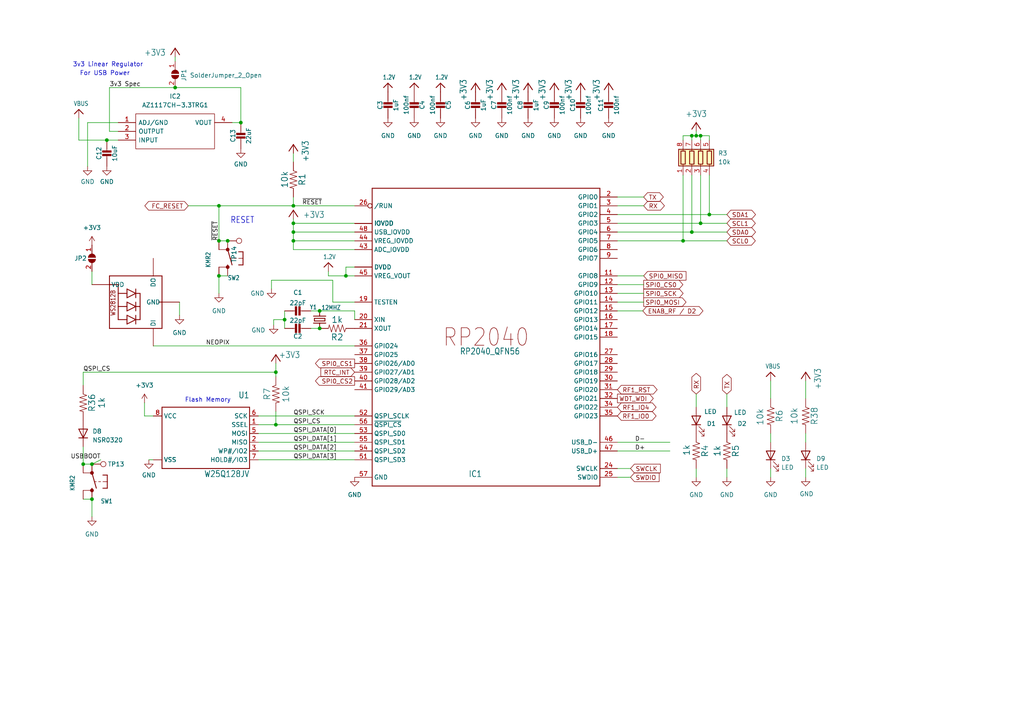
<source format=kicad_sch>
(kicad_sch (version 20231120) (generator "eeschema") (generator_version "8.0")
  (paper "A4")
  (lib_symbols
    (symbol "+3V3_1" (power) (pin_names (offset 0))
      (property "Value" "+3V3_1" (at 0 3.556 0))
      (symbol "+3V3_1_1_1"
        (pin power_in line (at 0 0 90) (length 0) hide (name "+3V3") (number "1"))
      )
    )
    (symbol "+3V3_2" (power) (pin_numbers hide) (pin_names (offset 0) hide)
      (property "Value" "+3V3" (at 0 3.556 0))
      (symbol "+3V3_2_1_1"
        (pin power_in line (at 0 0 90) (length 0) (name "~") (number "1"))
      )
    )
    (symbol "AZ1117CH-3.3TRG1:AZ1117CH-3.3TRG1" (pin_names (offset 0.762))
      (property "Reference" "IC" (at 29.21 7.62 0))
      (property "Value" "AZ1117CH-3.3TRG1" (at 29.21 5.08 0))
      (symbol "AZ1117CH-3.3TRG1_0_0"
        (pin passive line (at 0 0 0) (length 5.08) (name "ADJ/GND") (number "1"))
        (pin passive line (at 0 -2.54 0) (length 5.08) (name "OUTPUT") (number "2"))
        (pin passive line (at 0 -5.08 0) (length 5.08) (name "INPUT") (number "3"))
        (pin passive line (at 33.02 0 180) (length 5.08) (name "VOUT") (number "4"))
      )
    )
    (symbol "Adafruit ItsyBitsy RP2040-eagle-import:+3V3" (power)
      (property "Value" "+3V3" (at -2.54 -5.08 90))
      (symbol "+3V3_1_0"
        (pin power_in line (at 0 -2.54 90) (length 2.54) (name "+3V3") (number "1"))
      )
    )
    (symbol "Adafruit ItsyBitsy RP2040-eagle-import:1.2V" (power)
      (property "Value" "1.2V" (at -1.524 1.016 0))
      (symbol "1.2V_1_0"
        (pin power_in line (at 0 -2.54 90) (length 2.54) (name "1.2V") (number "1"))
      )
    )
    (symbol "Adafruit ItsyBitsy RP2040-eagle-import:CAP_CERAMIC_0402NO"
      (property "Reference" "C" (at -2.29 1.25 90))
      (property "Value" "CAP_CERAMIC_0402NO" (at 2.3 1.25 90))
      (symbol "CAP_CERAMIC_0402NO_1_0"
        (pin passive line (at 0 5.08 270) (length 2.54) (name "1") (number "1"))
        (pin passive line (at 0 -2.54 90) (length 2.54) (name "2") (number "2"))
      )
    )
    (symbol "Adafruit ItsyBitsy RP2040-eagle-import:CAP_CERAMIC_0603MP"
      (property "Reference" "C" (at -2.29 1.25 90))
      (property "Value" "CAP_CERAMIC_0603MP" (at 2.3 1.25 90))
      (symbol "CAP_CERAMIC_0603MP_1_0"
        (pin passive line (at 0 5.08 270) (length 2.54) (name "1") (number "1"))
        (pin passive line (at 0 -2.54 90) (length 2.54) (name "2") (number "2"))
      )
    )
    (symbol "Adafruit ItsyBitsy RP2040-eagle-import:CRYSTAL2.5X2.0"
      (property "Reference" "Y" (at -2.54 2.54 0))
      (property "Value" "CRYSTAL2.5X2.0" (at -2.54 -3.81 0))
      (symbol "CRYSTAL2.5X2.0_1_0"
        (pin passive line (at -2.54 0 0) (length 0) (name "1") (number "1"))
        (pin passive line (at 2.54 0 180) (length 0) (name "2") (number "3"))
      )
    )
    (symbol "Adafruit ItsyBitsy RP2040-eagle-import:RP2040_QFN56"
      (property "Reference" "IC1" (at -5.08 -40.64 0))
      (property "Value" "RP2040_QFN56" (at -7.62 -5.08 0))
      (symbol "RP2040_QFN56_1_0"
        (text "RP2040" (at 0 0 0) (effects (font (size 5.08 4.318))))
        (pin power_in line (at -38.1 33.02 0) (length 5.08) (name "IOVDD") (number "1"))
        (pin power_in line (at -38.1 33.02 0) (length 5.08) (name "IOVDD") (number "10"))
        (pin bidirectional line (at 38.1 17.78 180) (length 5.08) (name "GPIO8") (number "11"))
        (pin bidirectional line (at 38.1 15.24 180) (length 5.08) (name "GPIO9") (number "12"))
        (pin bidirectional line (at 38.1 12.7 180) (length 5.08) (name "GPIO10") (number "13"))
        (pin bidirectional line (at 38.1 10.16 180) (length 5.08) (name "GPIO11") (number "14"))
        (pin bidirectional line (at 38.1 7.62 180) (length 5.08) (name "GPIO12") (number "15"))
        (pin bidirectional line (at 38.1 5.08 180) (length 5.08) (name "GPIO13") (number "16"))
        (pin bidirectional line (at 38.1 2.54 180) (length 5.08) (name "GPIO14") (number "17"))
        (pin bidirectional line (at 38.1 0 180) (length 5.08) (name "GPIO15") (number "18"))
        (pin input line (at -38.1 10.16 0) (length 5.08) (name "TESTEN") (number "19"))
        (pin bidirectional line (at 38.1 40.64 180) (length 5.08) (name "GPIO0") (number "2"))
        (pin input line (at -38.1 5.08 0) (length 5.08) (name "XIN") (number "20"))
        (pin output line (at -38.1 2.54 0) (length 5.08) (name "XOUT") (number "21"))
        (pin power_in line (at -38.1 33.02 0) (length 5.08) (name "IOVDD") (number "22"))
        (pin power_in line (at -38.1 20.32 0) (length 5.08) (name "DVDD") (number "23"))
        (pin bidirectional line (at 38.1 -38.1 180) (length 5.08) (name "SWCLK") (number "24"))
        (pin bidirectional line (at 38.1 -40.64 180) (length 5.08) (name "SWDIO") (number "25"))
        (pin bidirectional inverted (at -38.1 38.1 0) (length 5.08) (name "/RUN") (number "26"))
        (pin bidirectional line (at 38.1 -5.08 180) (length 5.08) (name "GPIO16") (number "27"))
        (pin bidirectional line (at 38.1 -7.62 180) (length 5.08) (name "GPIO17") (number "28"))
        (pin bidirectional line (at 38.1 -10.16 180) (length 5.08) (name "GPIO18") (number "29"))
        (pin bidirectional line (at 38.1 38.1 180) (length 5.08) (name "GPIO1") (number "3"))
        (pin bidirectional line (at 38.1 -12.7 180) (length 5.08) (name "GPIO19") (number "30"))
        (pin bidirectional line (at 38.1 -15.24 180) (length 5.08) (name "GPIO20") (number "31"))
        (pin bidirectional line (at 38.1 -17.78 180) (length 5.08) (name "GPIO21") (number "32"))
        (pin power_in line (at -38.1 33.02 0) (length 5.08) (name "IOVDD") (number "33"))
        (pin bidirectional line (at 38.1 -20.32 180) (length 5.08) (name "GPIO22") (number "34"))
        (pin bidirectional line (at 38.1 -22.86 180) (length 5.08) (name "GPIO23") (number "35"))
        (pin bidirectional line (at -38.1 -2.54 0) (length 5.08) (name "GPIO24") (number "36"))
        (pin bidirectional line (at -38.1 -5.08 0) (length 5.08) (name "GPIO25") (number "37"))
        (pin bidirectional line (at -38.1 -7.62 0) (length 5.08) (name "GPIO26/AD0") (number "38"))
        (pin bidirectional line (at -38.1 -10.16 0) (length 5.08) (name "GPIO27/AD1") (number "39"))
        (pin bidirectional line (at 38.1 35.56 180) (length 5.08) (name "GPIO2") (number "4"))
        (pin bidirectional line (at -38.1 -12.7 0) (length 5.08) (name "GPIO28/AD2") (number "40"))
        (pin bidirectional line (at -38.1 -15.24 0) (length 5.08) (name "GPIO29/AD3") (number "41"))
        (pin power_in line (at -38.1 33.02 0) (length 5.08) (name "IOVDD") (number "42"))
        (pin power_in line (at -38.1 25.4 0) (length 5.08) (name "ADC_IOVDD") (number "43"))
        (pin power_in line (at -38.1 27.94 0) (length 5.08) (name "VREG_IOVDD") (number "44"))
        (pin power_in line (at -38.1 17.78 0) (length 5.08) (name "VREG_VOUT") (number "45"))
        (pin bidirectional line (at 38.1 -30.48 180) (length 5.08) (name "USB_D-") (number "46"))
        (pin bidirectional line (at 38.1 -33.02 180) (length 5.08) (name "USB_D+") (number "47"))
        (pin power_in line (at -38.1 30.48 0) (length 5.08) (name "USB_IOVDD") (number "48"))
        (pin power_in line (at -38.1 33.02 0) (length 5.08) (name "IOVDD") (number "49"))
        (pin bidirectional line (at 38.1 33.02 180) (length 5.08) (name "GPIO3") (number "5"))
        (pin power_in line (at -38.1 20.32 0) (length 5.08) (name "DVDD") (number "50"))
        (pin bidirectional line (at -38.1 -35.56 0) (length 5.08) (name "QSPI_SD3") (number "51"))
        (pin bidirectional line (at -38.1 -22.86 0) (length 5.08) (name "QSPI_SCLK") (number "52"))
        (pin bidirectional line (at -38.1 -27.94 0) (length 5.08) (name "QSPI_SD0") (number "53"))
        (pin bidirectional line (at -38.1 -33.02 0) (length 5.08) (name "QSPI_SD2") (number "54"))
        (pin bidirectional line (at -38.1 -30.48 0) (length 5.08) (name "QSPI_SD1") (number "55"))
        (pin bidirectional line (at -38.1 -25.4 0) (length 5.08) (name "~{QSPI_CS}") (number "56"))
        (pin power_in line (at -38.1 -40.64 0) (length 5.08) (name "GND") (number "57"))
        (pin bidirectional line (at 38.1 30.48 180) (length 5.08) (name "GPIO4") (number "6"))
        (pin bidirectional line (at 38.1 27.94 180) (length 5.08) (name "GPIO5") (number "7"))
        (pin bidirectional line (at 38.1 25.4 180) (length 5.08) (name "GPIO6") (number "8"))
        (pin bidirectional line (at 38.1 22.86 180) (length 5.08) (name "GPIO7") (number "9"))
      )
    )
    (symbol "Adafruit ItsyBitsy RP2040-eagle-import:SPIFLASH_8PIN_4X4"
      (property "Reference" "U8" (at -12.7 12.7 0))
      (property "Value" "W25Q128JV" (at -12.7 -10.16 0))
      (symbol "SPIFLASH_8PIN_4X4_1_0"
        (pin bidirectional line (at -15.24 5.08 0) (length 2.54) (name "SSEL") (number "1"))
        (pin bidirectional line (at -15.24 0 0) (length 2.54) (name "MISO") (number "2"))
        (pin bidirectional line (at -15.24 -2.54 0) (length 2.54) (name "WP#/IO2") (number "3"))
        (pin bidirectional line (at 15.24 -5.08 180) (length 2.54) (name "VSS") (number "4"))
        (pin bidirectional line (at -15.24 2.54 0) (length 2.54) (name "MOSI") (number "5"))
        (pin bidirectional line (at -15.24 7.62 0) (length 2.54) (name "SCK") (number "6"))
        (pin bidirectional line (at -15.24 -5.08 0) (length 2.54) (name "HOLD#/IO3") (number "7"))
        (pin bidirectional line (at 15.24 7.62 180) (length 2.54) (name "VCC") (number "8"))
        (pin bidirectional line (at 15.24 -5.08 180) (length 2.54) (name "VSS") (number "PAD"))
      )
    )
    (symbol "Adafruit ItsyBitsy RP2040-eagle-import:SWITCH_TACT_SMT4.6X2.8"
      (property "Reference" "SW" (at -2.54 6.35 0))
      (property "Value" "SWITCH_TACT_SMT4.6X2.8" (at -2.54 -5.08 0))
      (symbol "SWITCH_TACT_SMT4.6X2.8_1_0"
        (pin passive line (at -5.08 0 0) (length 2.54) (name "P") (number "A"))
        (pin passive line (at -5.08 -2.54 0) (length 2.54) (name "P1") (number "A'"))
        (pin passive line (at 5.08 0 180) (length 2.54) (name "S") (number "B"))
        (pin passive line (at 5.08 -2.54 180) (length 2.54) (name "S1") (number "B'"))
      )
    )
    (symbol "Adafruit ItsyBitsy RP2040-eagle-import:VBUS" (power)
      (property "Value" "VBUS" (at -1.524 1.016 0))
      (symbol "VBUS_1_0"
        (pin power_in line (at 0 -2.54 90) (length 2.54) (name "VBUS") (number "1"))
      )
    )
    (symbol "Adafruit ItsyBitsy RP2040-eagle-import:WS2812B_SK6805_1515"
      (symbol "WS2812B_SK6805_1515_1_0"
        (text "WS2812B" (at -4.064 8.382 0) (effects (font (size 1.27 1.0795)) (justify left bottom)))
        (pin power_in line (at 5.08 15.24 270) (length 5.08) (name "VDD") (number "1"))
        (pin output line (at 12.7 -2.54 180) (length 5.08) (name "DO") (number "2"))
        (pin power_in line (at 0 -10.16 90) (length 5.08) (name "GND") (number "3"))
        (pin input line (at -12.7 -2.54 0) (length 5.08) (name "DI") (number "4"))
      )
    )
    (symbol "Connector:TestPoint" (pin_numbers hide) (pin_names (offset 0.762) hide)
      (property "Reference" "TP" (at 0 6.858 0))
      (property "Value" "TestPoint" (at 0 5.08 0))
      (symbol "TestPoint_1_1"
        (pin passive line (at 0 0 90) (length 2.54) (name "1") (number "1"))
      )
    )
    (symbol "Device:LED" (pin_numbers hide) (pin_names (offset 1.016) hide)
      (property "Reference" "D" (at 0 2.54 0))
      (property "Value" "LED" (at 0 -2.54 0))
      (symbol "LED_1_1"
        (pin passive line (at -3.81 0 0) (length 2.54) (name "K") (number "1"))
        (pin passive line (at 3.81 0 180) (length 2.54) (name "A") (number "2"))
      )
    )
    (symbol "Device:R_Pack04" (pin_names (offset 0) hide)
      (property "Reference" "RN" (at -7.62 0 90))
      (property "Value" "R_Pack04" (at 5.08 0 90))
      (symbol "R_Pack04_1_1"
        (pin passive line (at -5.08 -5.08 90) (length 2.54) (name "R1.1") (number "1"))
        (pin passive line (at -2.54 -5.08 90) (length 2.54) (name "R2.1") (number "2"))
        (pin passive line (at 0 -5.08 90) (length 2.54) (name "R3.1") (number "3"))
        (pin passive line (at 2.54 -5.08 90) (length 2.54) (name "R4.1") (number "4"))
        (pin passive line (at 2.54 5.08 270) (length 2.54) (name "R4.2") (number "5"))
        (pin passive line (at 0 5.08 270) (length 2.54) (name "R3.2") (number "6"))
        (pin passive line (at -2.54 5.08 270) (length 2.54) (name "R2.2") (number "7"))
        (pin passive line (at -5.08 5.08 270) (length 2.54) (name "R1.2") (number "8"))
      )
    )
    (symbol "Diode:1SS355VM" (pin_numbers hide) (pin_names hide)
      (property "Reference" "D" (at 0 2.54 0))
      (property "Value" "1SS355VM" (at 0 -2.54 0))
      (symbol "1SS355VM_1_1"
        (pin passive line (at -3.81 0 0) (length 2.54) (name "K") (number "1"))
        (pin passive line (at 3.81 0 180) (length 2.54) (name "A") (number "2"))
      )
    )
    (symbol "Jumper:SolderJumper_2_Open" (pin_names (offset 0) hide)
      (property "Reference" "JP" (at 0 2.032 0))
      (property "Value" "SolderJumper_2_Open" (at 0 -2.54 0))
      (symbol "SolderJumper_2_Open_1_1"
        (pin passive line (at -3.81 0 0) (length 2.54) (name "A") (number "1"))
        (pin passive line (at 3.81 0 180) (length 2.54) (name "B") (number "2"))
      )
    )
    (symbol "mainboard:RESISTOR0603" (pin_names (offset 1.016))
      (property "Reference" "R" (at 0 1.524 0))
      (property "Value" "RESISTOR0603" (at 0 -1.524 0))
      (symbol "RESISTOR0603_1_0"
        (pin passive line (at -5.08 0 0) (length 2.54) (name "1") (number "1"))
        (pin passive line (at 5.08 0 180) (length 2.54) (name "2") (number "2"))
      )
    )
    (symbol "power:GND" (power) (pin_names (offset 0))
      (property "Value" "GND" (at 0 -3.81 0))
      (symbol "GND_1_1"
        (pin power_in line (at 0 0 270) (length 0) hide (name "GND") (number "1"))
      )
    )
  )
  (junction (at 26.67 134.62))
  (junction (at 63.5 59.69))
  (junction (at 85.09 67.31))
  (junction (at 66.04 69.85))
  (junction (at 198.12 69.85))
  (junction (at 63.5 80.01))
  (junction (at 63.5 69.85))
  (junction (at 203.2 64.77))
  (junction (at 80.01 123.19))
  (junction (at 100.33 80.01))
  (junction (at 30.988 40.64))
  (junction (at 82.55 92.71))
  (junction (at 85.09 69.85))
  (junction (at 26.67 144.78))
  (junction (at 24.13 134.62))
  (junction (at 203.2 39.37))
  (junction (at 69.85 35.56))
  (junction (at 92.71 95.25))
  (junction (at 92.71 90.17))
  (junction (at 200.66 67.31))
  (junction (at 80.01 107.95))
  (junction (at 85.09 64.77))
  (junction (at 200.66 39.37))
  (junction (at 205.74 62.23))
  (junction (at 50.8 25.4))
  (junction (at 85.09 59.69))
  (junction (at 201.93 39.37))
  (wire (pts (xy 233.68 135.89) (xy 233.68 138.43)))
  (wire (pts (xy 179.07 57.15) (xy 186.69 57.15)))
  (wire (pts (xy 31.75 38.1) (xy 34.29 38.1)))
  (wire (pts (xy 179.07 62.23) (xy 205.74 62.23)))
  (wire (pts (xy 44.45 120.65) (xy 41.91 120.65)))
  (wire (pts (xy 31.75 25.4) (xy 31.75 38.1)))
  (wire (pts (xy 24.13 107.95) (xy 80.01 107.95)))
  (wire (pts (xy 201.93 38.1) (xy 201.93 39.37)))
  (wire (pts (xy 78.74 81.28) (xy 78.74 83.82)))
  (wire (pts (xy 203.2 50.8) (xy 203.2 64.77)))
  (wire (pts (xy 233.68 115.57) (xy 233.68 110.49)))
  (wire (pts (xy 63.5 85.09) (xy 63.5 80.01)))
  (wire (pts (xy 102.87 64.77) (xy 85.09 64.77)))
  (wire (pts (xy 44.45 133.35) (xy 43.18 133.35)))
  (wire (pts (xy 24.13 144.78) (xy 26.67 144.78)))
  (wire (pts (xy 69.85 25.4) (xy 69.85 35.56)))
  (wire (pts (xy 85.09 67.31) (xy 85.09 64.77)))
  (wire (pts (xy 82.55 90.17) (xy 82.55 92.71)))
  (wire (pts (xy 182.88 135.89) (xy 179.07 135.89)))
  (wire (pts (xy 200.66 39.37) (xy 200.66 40.64)))
  (wire (pts (xy 26.67 134.62) (xy 24.13 134.62)))
  (wire (pts (xy 66.04 80.01) (xy 63.5 80.01)))
  (wire (pts (xy 80.01 123.19) (xy 102.87 123.19)))
  (wire (pts (xy 63.5 59.69) (xy 63.5 69.85)))
  (wire (pts (xy 205.74 62.23) (xy 210.82 62.23)))
  (wire (pts (xy 80.01 105.41) (xy 80.01 107.95)))
  (wire (pts (xy 198.12 50.8) (xy 198.12 69.85)))
  (wire (pts (xy 74.93 128.27) (xy 102.87 128.27)))
  (wire (pts (xy 74.93 120.65) (xy 102.87 120.65)))
  (wire (pts (xy 198.12 39.37) (xy 198.12 40.64)))
  (wire (pts (xy 30.988 40.64) (xy 34.29 40.64)))
  (wire (pts (xy 198.12 69.85) (xy 210.82 69.85)))
  (wire (pts (xy 54.61 59.69) (xy 63.5 59.69)))
  (wire (pts (xy 31.75 25.4) (xy 50.8 25.4)))
  (wire (pts (xy 102.87 67.31) (xy 85.09 67.31)))
  (wire (pts (xy 74.93 130.81) (xy 102.87 130.81)))
  (wire (pts (xy 203.2 40.64) (xy 203.2 39.37)))
  (wire (pts (xy 85.09 69.85) (xy 85.09 67.31)))
  (wire (pts (xy 29.21 133.35) (xy 26.67 134.62)))
  (wire (pts (xy 201.93 138.43) (xy 201.93 135.89)))
  (wire (pts (xy 186.436 90.17) (xy 179.07 90.17)))
  (wire (pts (xy 223.52 125.73) (xy 223.52 128.27)))
  (wire (pts (xy 41.91 116.84) (xy 41.91 120.65)))
  (wire (pts (xy 179.07 69.85) (xy 198.12 69.85)))
  (wire (pts (xy 85.09 44.45) (xy 85.09 46.99)))
  (wire (pts (xy 179.07 80.01) (xy 186.69 80.01)))
  (wire (pts (xy 69.85 35.56) (xy 67.31 35.56)))
  (wire (pts (xy 200.66 67.31) (xy 210.82 67.31)))
  (wire (pts (xy 200.66 39.37) (xy 198.12 39.37)))
  (wire (pts (xy 203.2 64.77) (xy 210.82 64.77)))
  (wire (pts (xy 26.67 78.74) (xy 26.67 82.55)))
  (wire (pts (xy 79.375 92.71) (xy 82.55 92.71)))
  (wire (pts (xy 63.5 69.85) (xy 66.04 69.85)))
  (wire (pts (xy 50.8 25.4) (xy 69.85 25.4)))
  (wire (pts (xy 52.07 91.44) (xy 52.07 87.63)))
  (wire (pts (xy 24.13 107.95) (xy 24.13 111.76)))
  (wire (pts (xy 90.17 95.25) (xy 92.71 95.25)))
  (wire (pts (xy 179.07 85.09) (xy 186.69 85.09)))
  (wire (pts (xy 179.07 130.81) (xy 194.31 130.81)))
  (wire (pts (xy 85.09 63.5) (xy 85.09 64.77)))
  (wire (pts (xy 102.87 100.33) (xy 44.45 100.33)))
  (wire (pts (xy 80.01 109.22) (xy 80.01 107.95)))
  (wire (pts (xy 102.87 59.69) (xy 85.09 59.69)))
  (wire (pts (xy 22.86 34.29) (xy 22.86 40.64)))
  (wire (pts (xy 201.93 114.3) (xy 201.93 118.11)))
  (wire (pts (xy 95.25 80.01) (xy 95.25 78.74)))
  (wire (pts (xy 92.71 90.17) (xy 102.87 90.17)))
  (wire (pts (xy 100.33 77.47) (xy 100.33 80.01)))
  (wire (pts (xy 179.07 128.27) (xy 194.31 128.27)))
  (wire (pts (xy 85.09 72.39) (xy 85.09 69.85)))
  (wire (pts (xy 96.52 81.28) (xy 78.74 81.28)))
  (wire (pts (xy 25.4 48.26) (xy 25.4 35.56)))
  (wire (pts (xy 82.55 92.71) (xy 82.55 95.25)))
  (wire (pts (xy 24.13 129.54) (xy 24.13 134.62)))
  (wire (pts (xy 223.52 135.89) (xy 223.52 138.43)))
  (wire (pts (xy 85.09 57.15) (xy 85.09 59.69)))
  (wire (pts (xy 179.07 64.77) (xy 203.2 64.77)))
  (wire (pts (xy 95.25 80.01) (xy 100.33 80.01)))
  (wire (pts (xy 179.07 82.55) (xy 186.69 82.55)))
  (wire (pts (xy 25.4 35.56) (xy 34.29 35.56)))
  (wire (pts (xy 203.2 39.37) (xy 201.93 39.37)))
  (wire (pts (xy 205.74 39.37) (xy 203.2 39.37)))
  (wire (pts (xy 223.52 115.57) (xy 223.52 110.49)))
  (wire (pts (xy 182.88 138.43) (xy 179.07 138.43)))
  (wire (pts (xy 100.33 80.01) (xy 102.87 80.01)))
  (wire (pts (xy 79.375 94.234) (xy 79.375 92.71)))
  (wire (pts (xy 205.74 50.8) (xy 205.74 62.23)))
  (wire (pts (xy 205.74 40.64) (xy 205.74 39.37)))
  (wire (pts (xy 210.82 114.3) (xy 210.82 118.11)))
  (wire (pts (xy 74.93 133.35) (xy 102.87 133.35)))
  (wire (pts (xy 22.86 40.64) (xy 30.988 40.64)))
  (wire (pts (xy 74.93 123.19) (xy 80.01 123.19)))
  (wire (pts (xy 102.87 87.63) (xy 96.52 87.63)))
  (wire (pts (xy 186.69 59.69) (xy 179.07 59.69)))
  (wire (pts (xy 200.66 50.8) (xy 200.66 67.31)))
  (wire (pts (xy 26.67 144.78) (xy 26.67 149.86)))
  (wire (pts (xy 96.52 87.63) (xy 96.52 81.28)))
  (wire (pts (xy 80.01 119.38) (xy 80.01 123.19)))
  (wire (pts (xy 102.87 90.17) (xy 102.87 92.71)))
  (wire (pts (xy 50.8 16.51) (xy 50.8 17.78)))
  (wire (pts (xy 179.07 67.31) (xy 200.66 67.31)))
  (wire (pts (xy 102.87 69.85) (xy 85.09 69.85)))
  (wire (pts (xy 201.93 39.37) (xy 200.66 39.37)))
  (wire (pts (xy 100.33 77.47) (xy 102.87 77.47)))
  (wire (pts (xy 233.68 125.73) (xy 233.68 128.27)))
  (wire (pts (xy 210.82 138.43) (xy 210.82 135.89)))
  (wire (pts (xy 74.93 125.73) (xy 102.87 125.73)))
  (wire (pts (xy 179.07 87.63) (xy 186.69 87.63)))
  (wire (pts (xy 92.71 90.17) (xy 90.17 90.17)))
  (wire (pts (xy 102.87 72.39) (xy 85.09 72.39)))
  (wire (pts (xy 63.5 59.69) (xy 85.09 59.69)))
  (text "Flash Memory" (at 53.594 116.84 0) (effects (font (size 1.27 1.27)) (justify left bottom)))
  (text "RESET" (at 66.802 65.024 0) (effects (font (size 1.778 1.5113)) (justify left bottom)))
  (text "3v3 Linear Regulator" (at 21.082 19.558 0) (effects (font (size 1.27 1.27)) (justify left bottom)))
  (text "For USB Power\n" (at 23.114 22.098 0) (effects (font (size 1.27 1.27)) (justify left bottom)))
  (label "NEOPIX" (at 59.69 100.33 0) (effects (font (size 1.2446 1.2446))))
  (label "QSPI_DATA[0]" (at 85.09 125.73 0) (effects (font (size 1.2446 1.2446))))
  (label "D+" (at 184.15 130.81 0) (effects (font (size 1.2446 1.2446))))
  (label "QSPI_SCK" (at 85.09 120.65 0) (effects (font (size 1.2446 1.2446))))
  (label "3v3 Spec" (at 31.75 25.4 0))
  (label "QSPI_CS" (at 85.09 123.19 0) (effects (font (size 1.2446 1.2446))))
  (label "~{RESET}" (at 87.63 59.69 0) (effects (font (size 1.2446 1.2446))))
  (label "QSPI_CS" (at 24.13 107.95 0) (effects (font (size 1.2446 1.2446))))
  (label "D-" (at 184.15 128.27 0) (effects (font (size 1.2446 1.2446))))
  (label "USBBOOT" (at 29.21 133.35 180) (effects (font (size 1.2446 1.2446))))
  (label "QSPI_DATA[3]" (at 85.09 133.35 0) (effects (font (size 1.2446 1.2446))))
  (label "~{RESET}" (at 63.5 69.85 90) (effects (font (size 1.2446 1.2446))))
  (label "QSPI_DATA[1]" (at 85.09 128.27 0) (effects (font (size 1.2446 1.2446))))
  (label "QSPI_DATA[2]" (at 85.09 130.81 0) (effects (font (size 1.2446 1.2446))))
  (global_label "SDA0" (shape bidirectional) (at 210.82 67.31 0) (property "Intersheetrefs" "${INTERSHEET_REFS}" (effects (hide yes))))
  (global_label "RF1_IO4" (shape bidirectional) (at 179.07 118.11 0) (property "Intersheetrefs" "${INTERSHEET_REFS}" (effects (hide yes))))
  (global_label "TX" (shape bidirectional) (at 186.69 57.15 0) (property "Intersheetrefs" "${INTERSHEET_REFS}" (effects (hide yes))))
  (global_label "SDA1" (shape bidirectional) (at 210.82 62.23 0) (property "Intersheetrefs" "${INTERSHEET_REFS}" (effects (hide yes))))
  (global_label "SPI0_SCK" (shape output) (at 186.69 85.09 0) (property "Intersheetrefs" "${INTERSHEET_REFS}" (effects (hide yes))))
  (global_label "SPI0_CS2" (shape output) (at 102.87 110.49 180) (property "Intersheetrefs" "${INTERSHEET_REFS}" (effects (hide yes))))
  (global_label "SWDIO" (shape input) (at 182.88 138.43 0) (property "Intersheetrefs" "${INTERSHEET_REFS}" (effects (hide yes))))
  (global_label "RTC_INT" (shape input) (at 102.87 107.95 180) (property "Intersheetrefs" "${INTERSHEET_REFS}" (effects (hide yes))))
  (global_label "SPI0_MISO" (shape input) (at 186.69 80.01 0) (property "Intersheetrefs" "${INTERSHEET_REFS}" (effects (hide yes))))
  (global_label "RF1_RST" (shape bidirectional) (at 179.07 113.03 0) (property "Intersheetrefs" "${INTERSHEET_REFS}" (effects (hide yes))))
  (global_label "WDT_WDI" (shape output) (at 179.07 115.57 0) (property "Intersheetrefs" "${INTERSHEET_REFS}" (effects (hide yes))))
  (global_label "SCL0" (shape bidirectional) (at 210.82 69.85 0) (property "Intersheetrefs" "${INTERSHEET_REFS}" (effects (hide yes))))
  (global_label "SPI0_CS1" (shape output) (at 102.87 105.41 180) (property "Intersheetrefs" "${INTERSHEET_REFS}" (effects (hide yes))))
  (global_label "SCL1" (shape bidirectional) (at 210.82 64.77 0) (property "Intersheetrefs" "${INTERSHEET_REFS}" (effects (hide yes))))
  (global_label "RX" (shape bidirectional) (at 201.93 114.3 90) (property "Intersheetrefs" "${INTERSHEET_REFS}" (effects (hide yes))))
  (global_label "ENAB_RF {slash} D2" (shape bidirectional) (at 186.436 90.17 0) (property "Intersheetrefs" "${INTERSHEET_REFS}" (effects (hide yes))))
  (global_label "RX" (shape bidirectional) (at 186.69 59.69 0) (property "Intersheetrefs" "${INTERSHEET_REFS}" (effects (hide yes))))
  (global_label "SPI0_CS0" (shape output) (at 186.69 82.55 0) (property "Intersheetrefs" "${INTERSHEET_REFS}" (effects (hide yes))))
  (global_label "SWCLK" (shape input) (at 182.88 135.89 0) (property "Intersheetrefs" "${INTERSHEET_REFS}" (effects (hide yes))))
  (global_label "FC_RESET" (shape bidirectional) (at 54.61 59.69 180) (property "Intersheetrefs" "${INTERSHEET_REFS}" (effects (hide yes))))
  (global_label "SPI0_MOSI" (shape output) (at 186.69 87.63 0) (property "Intersheetrefs" "${INTERSHEET_REFS}" (effects (hide yes))))
  (global_label "TX" (shape bidirectional) (at 210.82 114.3 90) (property "Intersheetrefs" "${INTERSHEET_REFS}" (effects (hide yes))))
  (global_label "RF1_IO0" (shape bidirectional) (at 179.07 120.65 0) (property "Intersheetrefs" "${INTERSHEET_REFS}" (effects (hide yes))))
  (symbol (lib_id "Connector:TestPoint") (at 66.04 69.85 270) (unit 1)
    (property "Reference" "TP14" (at 67.8688 71.3232 0) (effects (justify left)))
    (property "Value" "RESET" (effects (hide yes)))
    (property "Footprint" "TestPoint:TestPoint_Loop_D1.80mm_Drill1.0mm_Beaded" (effects (hide yes)))
  )
  (symbol (lib_id "power:GND") (at 63.5 85.09 0) (unit 1)
    (property "Reference" "#PWR066" (effects (hide yes)))
    (property "Value" "GND" (at 63.5 90.17 0))
  )
  (symbol (lib_id "Connector:TestPoint") (at 26.67 134.62 270) (unit 1)
    (property "Reference" "TP13" (at 31.242 134.62 90) (effects (justify left)))
    (property "Value" "USBBOOT" (effects (hide yes)))
    (property "Footprint" "TestPoint:TestPoint_Loop_D1.80mm_Drill1.0mm_Beaded" (effects (hide yes)))
  )
  (symbol (lib_id "Device:LED") (at 233.68 132.08 90) (unit 1)
    (property "Reference" "D9" (at 236.728 133.0325 90) (effects (justify right)))
    (property "Value" "LED" (at 236.728 135.5725 90) (effects (justify right)))
    (property "Footprint" "LED_SMD:LED_0603_1608Metric" (effects (hide yes)))
  )
  (symbol (lib_name "+3V3_1") (lib_id "power:+3V3") (at 41.91 116.84 0) (mirror y) (unit 1)
    (property "Reference" "#PWR015" (effects (hide yes)))
    (property "Value" "+3V3" (at 41.91 111.76 0))
  )
  (symbol (lib_id "power:GND") (at 78.74 83.82 0) (unit 1)
    (property "Reference" "#PWR01" (effects (hide yes)))
    (property "Value" "GND" (at 74.676 85.09 0))
  )
  (symbol (lib_id "Adafruit ItsyBitsy RP2040-eagle-import:1.2V") (at 95.25 76.2 0) (unit 1)
    (property "Reference" "#U$01" (effects (hide yes)))
    (property "Value" "1.2V" (at 93.726 75.184 0) (effects (font (size 1.27 1.0795)) (justify left bottom)))
    (property "Footprint" "Adafruit ItsyBitsy RP2040:" (effects (hide yes)))
  )
  (symbol (lib_id "Adafruit ItsyBitsy RP2040-eagle-import:+3V3") (at 153.162 24.13 0) (unit 1)
    (property "Reference" "#+3V05" (effects (hide yes)))
    (property "Value" "+3V3" (at 150.622 29.21 90) (effects (font (size 1.778 1.5113)) (justify left bottom)))
    (property "Footprint" "Adafruit ItsyBitsy RP2040:" (effects (hide yes)))
  )
  (symbol (lib_id "power:GND") (at 201.93 138.43 0) (unit 1)
    (property "Reference" "#PWR013" (effects (hide yes)))
    (property "Value" "GND" (at 201.93 143.51 0))
  )
  (symbol (lib_id "power:GND") (at 223.52 138.43 0) (unit 1)
    (property "Reference" "#PWR019" (effects (hide yes)))
    (property "Value" "GND" (at 223.52 143.51 0))
  )
  (symbol (lib_id "mainboard:RESISTOR0603") (at 233.68 120.65 270) (unit 1)
    (property "Reference" "R38" (at 235.204 120.65 0) (effects (font (size 1.778 1.778)) (justify bottom)))
    (property "Value" "10k" (at 231.394 120.65 0) (effects (font (size 1.778 1.778)) (justify top)))
    (property "Footprint" "Resistor_SMD:R_0603_1608Metric" (effects (hide yes)))
    (property "Description" "100K 0603" (effects (hide yes)))
  )
  (symbol (lib_id "power:GND") (at 145.542 34.29 0) (unit 1)
    (property "Reference" "#PWR08" (effects (hide yes)))
    (property "Value" "GND" (at 145.542 39.37 0))
  )
  (symbol (lib_id "power:GND") (at 52.07 91.44 0) (unit 1)
    (property "Reference" "#PWR020" (effects (hide yes)))
    (property "Value" "GND" (at 52.07 96.52 0))
  )
  (symbol (lib_id "power:GND") (at 102.87 138.43 0) (unit 1)
    (property "Reference" "#PWR03" (effects (hide yes)))
    (property "Value" "GND" (at 102.87 143.51 0))
  )
  (symbol (lib_id "Adafruit ItsyBitsy RP2040-eagle-import:1.2V") (at 127.762 24.13 0) (unit 1)
    (property "Reference" "#U$04" (effects (hide yes)))
    (property "Value" "1.2V" (at 126.238 23.114 0) (effects (font (size 1.27 1.0795)) (justify left bottom)))
    (property "Footprint" "Adafruit ItsyBitsy RP2040:" (effects (hide yes)))
  )
  (symbol (lib_id "Adafruit ItsyBitsy RP2040-eagle-import:+3V3") (at 168.402 24.13 0) (unit 1)
    (property "Reference" "#+3V07" (effects (hide yes)))
    (property "Value" "+3V3" (at 165.862 29.21 90) (effects (font (size 1.778 1.5113)) (justify left bottom)))
    (property "Footprint" "Adafruit ItsyBitsy RP2040:" (effects (hide yes)))
  )
  (symbol (lib_id "Device:R_Pack04") (at 203.2 45.72 0) (unit 1)
    (property "Reference" "R3" (at 208.28 44.4499 0) (effects (justify left)))
    (property "Value" "10k" (at 208.28 46.9899 0) (effects (justify left)))
    (property "Footprint" "Resistor_SMD:R_Array_Convex_4x0603" (effects (hide yes)))
  )
  (symbol (lib_id "Adafruit ItsyBitsy RP2040-eagle-import:SPIFLASH_8PIN_4X4") (at 59.69 128.27 0) (mirror y) (unit 1)
    (property "Reference" "U1" (at 72.39 115.57 0) (effects (font (size 1.778 1.5113)) (justify left bottom)))
    (property "Value" "W25Q128JV" (at 72.39 138.43 0) (effects (font (size 1.778 1.5113)) (justify left bottom)))
    (property "Footprint" "Package_SO:SOIC-8_5.275x5.275mm_P1.27mm" (effects (hide yes)))
  )
  (symbol (lib_id "power:GND") (at 112.522 34.29 0) (unit 1)
    (property "Reference" "#PWR04" (effects (hide yes)))
    (property "Value" "GND" (at 112.522 39.37 0))
  )
  (symbol (lib_id "Adafruit ItsyBitsy RP2040-eagle-import:CAP_CERAMIC_0402NO") (at 145.542 31.75 0) (unit 1)
    (property "Reference" "C7" (at 143.252 30.5 90))
    (property "Value" "100nf" (at 147.842 30.5 90))
    (property "Footprint" "Capacitor_SMD:C_0402_1005Metric" (effects (hide yes)))
  )
  (symbol (lib_id "Adafruit ItsyBitsy RP2040-eagle-import:CAP_CERAMIC_0402NO") (at 87.63 90.17 90) (unit 1)
    (property "Reference" "C1" (at 86.38 84.84 90))
    (property "Value" "22pF" (at 86.38 87.87 90))
    (property "Footprint" "Capacitor_SMD:C_0402_1005Metric" (effects (hide yes)))
  )
  (symbol (lib_id "Device:LED") (at 201.93 121.92 90) (unit 1)
    (property "Reference" "D1" (at 204.978 122.8725 90) (effects (justify right)))
    (property "Value" "LED" (at 204.216 119.38 90) (effects (justify right)))
    (property "Footprint" "LED_SMD:LED_0603_1608Metric" (effects (hide yes)))
  )
  (symbol (lib_id "mainboard:RESISTOR0603") (at 24.13 116.84 270) (unit 1)
    (property "Reference" "R36" (at 25.654 116.84 0) (effects (font (size 1.778 1.778)) (justify bottom)))
    (property "Value" "1k" (at 30.48 116.84 0) (effects (font (size 1.778 1.778)) (justify top)))
    (property "Footprint" "Resistor_SMD:R_0603_1608Metric" (effects (hide yes)))
    (property "Description" "100K 0603" (effects (hide yes)))
  )
  (symbol (lib_id "Adafruit ItsyBitsy RP2040-eagle-import:+3V3") (at 137.922 24.13 0) (unit 1)
    (property "Reference" "#+3V03" (effects (hide yes)))
    (property "Value" "+3V3" (at 135.382 29.21 90) (effects (font (size 1.778 1.5113)) (justify left bottom)))
    (property "Footprint" "Adafruit ItsyBitsy RP2040:" (effects (hide yes)))
  )
  (symbol (lib_id "power:GND") (at 176.53 34.29 0) (unit 1)
    (property "Reference" "#PWR012" (effects (hide yes)))
    (property "Value" "GND" (at 176.53 39.37 0))
  )
  (symbol (lib_id "Jumper:SolderJumper_2_Open") (at 50.8 21.59 270) (unit 1)
    (property "Reference" "JP1" (at 53.34 21.7932 0))
    (property "Value" "SolderJumper_2_Open" (at 65.532 21.844 90))
    (property "Footprint" "Jumper:SolderJumper-2_P1.3mm_Open_RoundedPad1.0x1.5mm" (effects (hide yes)))
  )
  (symbol (lib_id "power:GND") (at 79.375 94.234 0) (unit 1)
    (property "Reference" "#PWR02" (effects (hide yes)))
    (property "Value" "GND" (at 74.93 95.758 0))
  )
  (symbol (lib_id "Device:LED") (at 223.52 132.08 90) (unit 1)
    (property "Reference" "D3" (at 226.568 133.0325 90) (effects (justify right)))
    (property "Value" "LED" (at 226.568 135.5725 90) (effects (justify right)))
    (property "Footprint" "LED_SMD:LED_0603_1608Metric" (effects (hide yes)))
  )
  (symbol (lib_id "Adafruit ItsyBitsy RP2040-eagle-import:+3V3") (at 145.542 24.13 0) (unit 1)
    (property "Reference" "#+3V04" (effects (hide yes)))
    (property "Value" "+3V3" (at 143.002 29.21 90) (effects (font (size 1.778 1.5113)) (justify left bottom)))
    (property "Footprint" "Adafruit ItsyBitsy RP2040:" (effects (hide yes)))
  )
  (symbol (lib_id "Adafruit ItsyBitsy RP2040-eagle-import:+3V3") (at 80.01 102.87 0) (mirror y) (unit 1)
    (property "Reference" "#+3V011" (effects (hide yes)))
    (property "Value" "+3V3" (at 87.122 103.886 0) (effects (font (size 1.778 1.5113)) (justify left bottom)))
    (property "Footprint" "Adafruit ItsyBitsy RP2040:" (effects (hide yes)))
  )
  (symbol (lib_id "Adafruit ItsyBitsy RP2040-eagle-import:+3V3") (at 50.8 13.97 0) (unit 1)
    (property "Reference" "#+3V010" (effects (hide yes)))
    (property "Value" "+3V3" (at 44.958 15.24 0) (effects (font (size 1.778 1.5113))))
    (property "Footprint" "Adafruit ItsyBitsy RP2040:" (effects (hide yes)))
  )
  (symbol (lib_id "mainboard:RESISTOR0603") (at 210.82 130.81 270) (unit 1)
    (property "Reference" "R5" (at 212.344 130.81 0) (effects (font (size 1.778 1.778)) (justify bottom)))
    (property "Value" "1k" (at 209.042 130.81 0) (effects (font (size 1.778 1.778)) (justify top)))
    (property "Footprint" "Resistor_SMD:R_0603_1608Metric" (effects (hide yes)))
    (property "Description" "100K 0603" (effects (hide yes)))
  )
  (symbol (lib_id "Adafruit ItsyBitsy RP2040-eagle-import:+3V3") (at 85.09 41.91 0) (mirror y) (unit 1)
    (property "Reference" "#+3V01" (effects (hide yes)))
    (property "Value" "+3V3" (at 87.63 46.99 90) (effects (font (size 1.778 1.5113)) (justify left bottom)))
    (property "Footprint" "Adafruit ItsyBitsy RP2040:" (effects (hide yes)))
  )
  (symbol (lib_id "power:GND") (at 168.402 34.29 0) (unit 1)
    (property "Reference" "#PWR011" (effects (hide yes)))
    (property "Value" "GND" (at 168.402 39.37 0))
  )
  (symbol (lib_id "Adafruit ItsyBitsy RP2040-eagle-import:CRYSTAL2.5X2.0") (at 92.71 92.71 90) (unit 1)
    (property "Reference" "Y1" (at 91.948 88.392 90) (effects (font (size 1.27 1.0795)) (justify left bottom)))
    (property "Value" "12MHZ" (at 93.218 89.916 90) (effects (font (size 1.27 1.0795)) (justify right top)))
    (property "Footprint" "Crystal:Crystal_SMD_2520-4Pin_2.5x2.0mm" (effects (hide yes)))
  )
  (symbol (lib_id "Jumper:SolderJumper_2_Open") (at 26.67 74.93 270) (unit 1)
    (property "Reference" "JP2" (at 23.368 74.93 90))
    (property "Value" "SolderJumper_2_Open" (effects (hide yes)))
    (property "Footprint" "Jumper:SolderJumper-2_P1.3mm_Open_RoundedPad1.0x1.5mm" (effects (hide yes)))
  )
  (symbol (lib_id "Adafruit ItsyBitsy RP2040-eagle-import:CAP_CERAMIC_0402NO") (at 176.53 31.75 0) (unit 1)
    (property "Reference" "C11" (at 174.24 30.5 90))
    (property "Value" "100nf" (at 178.83 30.5 90))
    (property "Footprint" "Capacitor_SMD:C_0402_1005Metric" (effects (hide yes)))
  )
  (symbol (lib_id "mainboard:RESISTOR0603") (at 85.09 52.07 270) (unit 1)
    (property "Reference" "R1" (at 86.614 52.07 0) (effects (font (size 1.778 1.778)) (justify bottom)))
    (property "Value" "10k" (at 83.566 52.07 0) (effects (font (size 1.778 1.778)) (justify top)))
    (property "Footprint" "Resistor_SMD:R_0603_1608Metric" (effects (hide yes)))
    (property "Description" "100K 0603" (effects (hide yes)))
  )
  (symbol (lib_id "power:GND") (at 25.4 48.26 0) (unit 1)
    (property "Reference" "#PWR017" (effects (hide yes)))
    (property "Value" "GND" (at 25.4 52.7034 0))
  )
  (symbol (lib_id "power:GND") (at 120.142 34.29 0) (unit 1)
    (property "Reference" "#PWR05" (effects (hide yes)))
    (property "Value" "GND" (at 120.142 39.37 0))
  )
  (symbol (lib_id "AZ1117CH-3.3TRG1:AZ1117CH-3.3TRG1") (at 34.29 35.56 0) (unit 1)
    (property "Reference" "IC2" (at 50.8 27.94 0))
    (property "Value" "AZ1117CH-3.3TRG1" (at 50.8 30.48 0))
    (property "Footprint" "Package_TO_SOT_SMD:SOT-223" (effects (hide yes)))
    (property "Datasheet" "https://datasheet.datasheetarchive.com/originals/distributors/Datasheets-DGA25/1776204.pdf" (effects (hide yes)))
    (property "Description" "1.35A 3.3V LDO Reg. Current Limit SOT223 DiodesZetex AZ1117CH-3.3TRG1, LDO Voltage Regulator, 0.8A, 3.3 V +/-1%, maximum of 15 Vin, 3-Pin SOT-223" (effects (hide yes)))
    (property "Height" "1.8" (effects (hide yes)))
    (property "Mouser Part Number" "621-AZ1117CH-3.3TRG1" (effects (hide yes)))
    (property "Mouser Price/Stock" "https://www.mouser.co.uk/ProductDetail/Diodes-Incorporated/AZ1117CH-3.3TRG1?qs=FKu9oBikfSm7ntaG6olPSQ%3D%3D" (effects (hide yes)))
    (property "Manufacturer_Name" "Diodes Inc." (effects (hide yes)))
    (property "Manufacturer_Part_Number" "AZ1117CH-3.3TRG1" (effects (hide yes)))
  )
  (symbol (lib_id "Adafruit ItsyBitsy RP2040-eagle-import:+3V3") (at 233.68 107.95 0) (mirror y) (unit 1)
    (property "Reference" "#+3V022" (effects (hide yes)))
    (property "Value" "+3V3" (at 236.22 113.03 90) (effects (font (size 1.778 1.5113)) (justify left bottom)))
    (property "Footprint" "Adafruit ItsyBitsy RP2040:" (effects (hide yes)))
  )
  (symbol (lib_id "Adafruit ItsyBitsy RP2040-eagle-import:1.2V") (at 120.142 24.13 0) (unit 1)
    (property "Reference" "#U$03" (effects (hide yes)))
    (property "Value" "1.2V" (at 118.618 23.114 0) (effects (font (size 1.27 1.0795)) (justify left bottom)))
    (property "Footprint" "Adafruit ItsyBitsy RP2040:" (effects (hide yes)))
  )
  (symbol (lib_id "Diode:1SS355VM") (at 24.13 125.73 90) (unit 1)
    (property "Reference" "D8" (at 26.797 125.095 90) (effects (justify right)))
    (property "Value" "NSR0320" (at 26.797 127.635 90) (effects (justify right)))
    (property "Footprint" "Diode_SMD:D_SOD-323F" (effects (hide yes)))
    (property "Datasheet" "https://fscdn.rohm.com/en/products/databook/datasheet/discrete/diode/switching/1ss355vmte-17-e.pdf" (effects (hide yes)))
    (property "Sim.Device" "D" (effects (hide yes)))
    (property "Sim.Pins" "1=K 2=A" (effects (hide yes)))
  )
  (symbol (lib_id "Adafruit ItsyBitsy RP2040-eagle-import:CAP_CERAMIC_0402NO") (at 120.142 29.21 180) (unit 1)
    (property "Reference" "C4" (at 122.432 30.46 90))
    (property "Value" "100nf" (at 117.842 30.46 90))
    (property "Footprint" "Capacitor_SMD:C_0402_1005Metric" (effects (hide yes)))
  )
  (symbol (lib_id "mainboard:RESISTOR0603") (at 223.52 120.65 270) (unit 1)
    (property "Reference" "R6" (at 225.044 120.65 0) (effects (font (size 1.778 1.778)) (justify bottom)))
    (property "Value" "10k" (at 221.488 120.904 0) (effects (font (size 1.778 1.778)) (justify top)))
    (property "Footprint" "Resistor_SMD:R_0603_1608Metric" (effects (hide yes)))
    (property "Description" "100K 0603" (effects (hide yes)))
  )
  (symbol (lib_id "Adafruit ItsyBitsy RP2040-eagle-import:CAP_CERAMIC_0402NO") (at 168.402 31.75 0) (unit 1)
    (property "Reference" "C10" (at 166.112 30.5 90))
    (property "Value" "100nf" (at 170.702 30.5 90))
    (property "Footprint" "Capacitor_SMD:C_0402_1005Metric" (effects (hide yes)))
  )
  (symbol (lib_id "Adafruit ItsyBitsy RP2040-eagle-import:SWITCH_TACT_SMT4.6X2.8") (at 66.04 74.93 270) (unit 1)
    (property "Reference" "SW2" (at 66.04 81.28 90) (effects (font (size 1.27 1.0795)) (justify left bottom)))
    (property "Value" "KMR2" (at 59.69 73.025 0) (effects (font (size 1.27 1.0795)) (justify left bottom)))
    (property "Footprint" "FC_DEV_BOARD:BTN_KMR2_4.6X2.8" (effects (hide yes)))
  )
  (symbol (lib_id "Adafruit ItsyBitsy RP2040-eagle-import:+3V3") (at 201.93 35.56 0) (unit 1)
    (property "Reference" "#+3V09" (effects (hide yes)))
    (property "Value" "+3V3" (at 201.93 33.02 0) (effects (font (size 1.778 1.5113))))
    (property "Footprint" "Adafruit ItsyBitsy RP2040:" (effects (hide yes)))
  )
  (symbol (lib_id "Adafruit ItsyBitsy RP2040-eagle-import:WS2812B_SK6805_1515") (at 41.91 87.63 90) (unit 1)
    (property "Reference" "LED1" (effects (hide yes)))
    (property "Value" "WS2812B_SK6812_1515" (effects (hide yes)))
    (property "Footprint" "LED_SMD:LED_WS2812B_PLCC4_5.0x5.0mm_P3.2mm" (effects (hide yes)))
  )
  (symbol (lib_id "mainboard:RESISTOR0603") (at 97.79 95.25 180) (unit 1)
    (property "Reference" "R2" (at 97.79 96.774 0) (effects (font (size 1.778 1.778)) (justify bottom)))
    (property "Value" "1k" (at 97.79 93.726 0) (effects (font (size 1.778 1.778)) (justify top)))
    (property "Footprint" "Resistor_SMD:R_0402_1005Metric" (effects (hide yes)))
    (property "Description" "100K 0603" (effects (hide yes)))
  )
  (symbol (lib_name "+3V3_2") (lib_id "power:+3V3") (at 26.67 71.12 0) (unit 1)
    (property "Reference" "#PWR022" (effects (hide yes)))
    (property "Value" "+3V3" (at 26.67 66.04 0))
    (property "Description" "Power symbol creates a global label with name \"+3V3\"" (effects (hide yes)))
  )
  (symbol (lib_id "Adafruit ItsyBitsy RP2040-eagle-import:CAP_CERAMIC_0603MP") (at 30.988 45.72 0) (unit 1)
    (property "Reference" "C12" (at 28.698 44.47 90))
    (property "Value" "10uF" (at 33.288 44.47 90))
    (property "Footprint" "Capacitor_SMD:C_0603_1608Metric" (effects (hide yes)))
  )
  (symbol (lib_id "power:GND") (at 153.162 34.29 0) (unit 1)
    (property "Reference" "#PWR09" (effects (hide yes)))
    (property "Value" "GND" (at 153.162 39.37 0))
  )
  (symbol (lib_id "Adafruit ItsyBitsy RP2040-eagle-import:RP2040_QFN56") (at 140.97 97.79 0) (unit 1)
    (property "Reference" "IC1" (at 135.89 138.43 0) (effects (font (size 1.778 1.5113)) (justify left bottom)))
    (property "Value" "RP2040_QFN56" (at 133.35 102.87 0) (effects (font (size 1.778 1.5113)) (justify left bottom)))
    (property "Footprint" "Package_DFN_QFN:QFN-56-1EP_7x7mm_P0.4mm_EP3.2x3.2mm_ThermalVias" (effects (hide yes)))
    (property "Datasheet" "https://datasheets.raspberrypi.com/rp2040/rp2040-datasheet.pdf" (effects (hide yes)))
  )
  (symbol (lib_id "Adafruit ItsyBitsy RP2040-eagle-import:CAP_CERAMIC_0603MP") (at 69.85 40.64 0) (unit 1)
    (property "Reference" "C13" (at 67.56 39.39 90))
    (property "Value" "22uF" (at 72.15 39.39 90))
    (property "Footprint" "Capacitor_SMD:C_0603_1608Metric" (effects (hide yes)))
  )
  (symbol (lib_id "mainboard:RESISTOR0603") (at 80.01 114.3 90) (mirror x) (unit 1)
    (property "Reference" "R7" (at 78.486 114.3 0) (effects (font (size 1.778 1.778)) (justify bottom)))
    (property "Value" "10k" (at 81.915 114.3 0) (effects (font (size 1.778 1.778)) (justify top)))
    (property "Footprint" "Resistor_SMD:R_0603_1608Metric" (effects (hide yes)))
    (property "Description" "100K 0603" (effects (hide yes)))
  )
  (symbol (lib_id "Adafruit ItsyBitsy RP2040-eagle-import:CAP_CERAMIC_0603MP") (at 112.522 31.75 0) (unit 1)
    (property "Reference" "C3" (at 110.232 30.5 90))
    (property "Value" "1uF" (at 114.822 30.5 90))
    (property "Footprint" "Capacitor_SMD:C_0603_1608Metric" (effects (hide yes)))
  )
  (symbol (lib_id "Adafruit ItsyBitsy RP2040-eagle-import:CAP_CERAMIC_0402NO") (at 160.782 31.75 0) (unit 1)
    (property "Reference" "C9" (at 158.492 30.5 90))
    (property "Value" "100nf" (at 163.082 30.5 90))
    (property "Footprint" "Capacitor_SMD:C_0402_1005Metric" (effects (hide yes)))
  )
  (symbol (lib_id "Adafruit ItsyBitsy RP2040-eagle-import:CAP_CERAMIC_0402NO") (at 87.63 95.25 90) (unit 1)
    (property "Reference" "C2" (at 86.38 97.54 90))
    (property "Value" "22pF" (at 86.38 92.95 90))
    (property "Footprint" "Capacitor_SMD:C_0402_1005Metric" (effects (hide yes)))
  )
  (symbol (lib_id "Adafruit ItsyBitsy RP2040-eagle-import:VBUS") (at 223.52 107.95 0) (unit 1)
    (property "Reference" "#U$06" (effects (hide yes)))
    (property "Value" "VBUS" (at 221.996 106.934 0) (effects (font (size 1.27 1.0795)) (justify left bottom)))
    (property "Footprint" "Adafruit ItsyBitsy RP2040:" (effects (hide yes)))
  )
  (symbol (lib_id "Adafruit ItsyBitsy RP2040-eagle-import:VBUS") (at 22.86 31.75 0) (unit 1)
    (property "Reference" "#U$05" (effects (hide yes)))
    (property "Value" "VBUS" (at 21.336 30.734 0) (effects (font (size 1.27 1.0795)) (justify left bottom)))
    (property "Footprint" "Adafruit ItsyBitsy RP2040:" (effects (hide yes)))
  )
  (symbol (lib_id "Adafruit ItsyBitsy RP2040-eagle-import:SWITCH_TACT_SMT4.6X2.8") (at 26.67 139.7 270) (unit 1)
    (property "Reference" "SW1" (at 29.21 146.05 90) (effects (font (size 1.27 1.0795)) (justify left bottom)))
    (property "Value" "KMR2" (at 20.32 137.795 0) (effects (font (size 1.27 1.0795)) (justify left bottom)))
    (property "Footprint" "FC_DEV_BOARD:BTN_KMR2_4.6X2.8" (effects (hide yes)))
  )
  (symbol (lib_id "power:GND") (at 160.782 34.29 0) (unit 1)
    (property "Reference" "#PWR010" (effects (hide yes)))
    (property "Value" "GND" (at 160.782 39.37 0))
  )
  (symbol (lib_id "Device:LED") (at 210.82 121.92 90) (unit 1)
    (property "Reference" "D2" (at 213.868 122.8725 90) (effects (justify right)))
    (property "Value" "LED" (at 212.852 119.634 90) (effects (justify right)))
    (property "Footprint" "LED_SMD:LED_0603_1608Metric" (effects (hide yes)))
  )
  (symbol (lib_id "power:GND") (at 69.85 43.18 0) (unit 1)
    (property "Reference" "#PWR021" (effects (hide yes)))
    (property "Value" "GND" (at 69.85 47.6234 0))
  )
  (symbol (lib_id "power:GND") (at 210.82 138.43 0) (unit 1)
    (property "Reference" "#PWR014" (effects (hide yes)))
    (property "Value" "GND" (at 210.82 143.51 0))
  )
  (symbol (lib_id "Adafruit ItsyBitsy RP2040-eagle-import:+3V3") (at 176.53 24.13 0) (unit 1)
    (property "Reference" "#+3V08" (effects (hide yes)))
    (property "Value" "+3V3" (at 173.99 29.21 90) (effects (font (size 1.778 1.5113)) (justify left bottom)))
    (property "Footprint" "Adafruit ItsyBitsy RP2040:" (effects (hide yes)))
  )
  (symbol (lib_id "Adafruit ItsyBitsy RP2040-eagle-import:CAP_CERAMIC_0603MP") (at 137.922 31.75 0) (unit 1)
    (property "Reference" "C6" (at 135.632 30.5 90))
    (property "Value" "1uF" (at 140.222 30.5 90))
    (property "Footprint" "Capacitor_SMD:C_0603_1608Metric" (effects (hide yes)))
  )
  (symbol (lib_id "power:GND") (at 43.18 133.35 0) (mirror y) (unit 1)
    (property "Reference" "#PWR016" (effects (hide yes)))
    (property "Value" "GND" (at 43.18 137.7934 0))
  )
  (symbol (lib_id "power:GND") (at 137.922 34.29 0) (unit 1)
    (property "Reference" "#PWR07" (effects (hide yes)))
    (property "Value" "GND" (at 137.922 39.37 0))
  )
  (symbol (lib_id "power:GND") (at 233.68 138.43 0) (unit 1)
    (property "Reference" "#PWR071" (effects (hide yes)))
    (property "Value" "GND" (at 233.934 143.256 0))
  )
  (symbol (lib_id "power:GND") (at 127.762 34.29 0) (unit 1)
    (property "Reference" "#PWR06" (effects (hide yes)))
    (property "Value" "GND" (at 127.762 39.37 0))
  )
  (symbol (lib_id "power:GND") (at 30.988 48.26 0) (unit 1)
    (property "Reference" "#PWR018" (effects (hide yes)))
    (property "Value" "GND" (at 30.988 52.7034 0))
  )
  (symbol (lib_id "Adafruit ItsyBitsy RP2040-eagle-import:CAP_CERAMIC_0603MP") (at 153.162 31.75 0) (unit 1)
    (property "Reference" "C8" (at 150.872 30.5 90))
    (property "Value" "1uF" (at 155.462 30.5 90))
    (property "Footprint" "Capacitor_SMD:C_0603_1608Metric" (effects (hide yes)))
  )
  (symbol (lib_id "Adafruit ItsyBitsy RP2040-eagle-import:+3V3") (at 160.782 24.13 0) (unit 1)
    (property "Reference" "#+3V06" (effects (hide yes)))
    (property "Value" "+3V3" (at 158.242 29.21 90) (effects (font (size 1.778 1.5113)) (justify left bottom)))
    (property "Footprint" "Adafruit ItsyBitsy RP2040:" (effects (hide yes)))
  )
  (symbol (lib_id "Adafruit ItsyBitsy RP2040-eagle-import:1.2V") (at 112.522 24.13 0) (unit 1)
    (property "Reference" "#U$02" (effects (hide yes)))
    (property "Value" "1.2V" (at 110.998 23.114 0) (effects (font (size 1.27 1.0795)) (justify left bottom)))
    (property "Footprint" "Adafruit ItsyBitsy RP2040:" (effects (hide yes)))
  )
  (symbol (lib_id "Adafruit ItsyBitsy RP2040-eagle-import:CAP_CERAMIC_0402NO") (at 127.762 29.21 180) (unit 1)
    (property "Reference" "C5" (at 130.052 30.46 90))
    (property "Value" "100nf" (at 125.462 30.46 90))
    (property "Footprint" "Capacitor_SMD:C_0402_1005Metric" (effects (hide yes)))
  )
  (symbol (lib_id "power:GND") (at 26.67 149.86 0) (unit 1)
    (property "Reference" "#PWR065" (effects (hide yes)))
    (property "Value" "GND" (at 26.67 154.94 0))
  )
  (symbol (lib_id "Adafruit ItsyBitsy RP2040-eagle-import:+3V3") (at 85.09 60.96 0) (unit 1)
    (property "Reference" "#+3V02" (effects (hide yes)))
    (property "Value" "+3V3" (at 87.884 63.246 0) (effects (font (size 1.778 1.5113)) (justify left bottom)))
    (property "Footprint" "Adafruit ItsyBitsy RP2040:" (effects (hide yes)))
  )
  (symbol (lib_id "mainboard:RESISTOR0603") (at 201.93 130.81 270) (unit 1)
    (property "Reference" "R4" (at 203.454 130.81 0) (effects (font (size 1.778 1.778)) (justify bottom)))
    (property "Value" "1k" (at 200.152 130.556 0) (effects (font (size 1.778 1.778)) (justify top)))
    (property "Footprint" "Resistor_SMD:R_0603_1608Metric" (effects (hide yes)))
    (property "Description" "100K 0603" (effects (hide yes)))
  )
)
</source>
